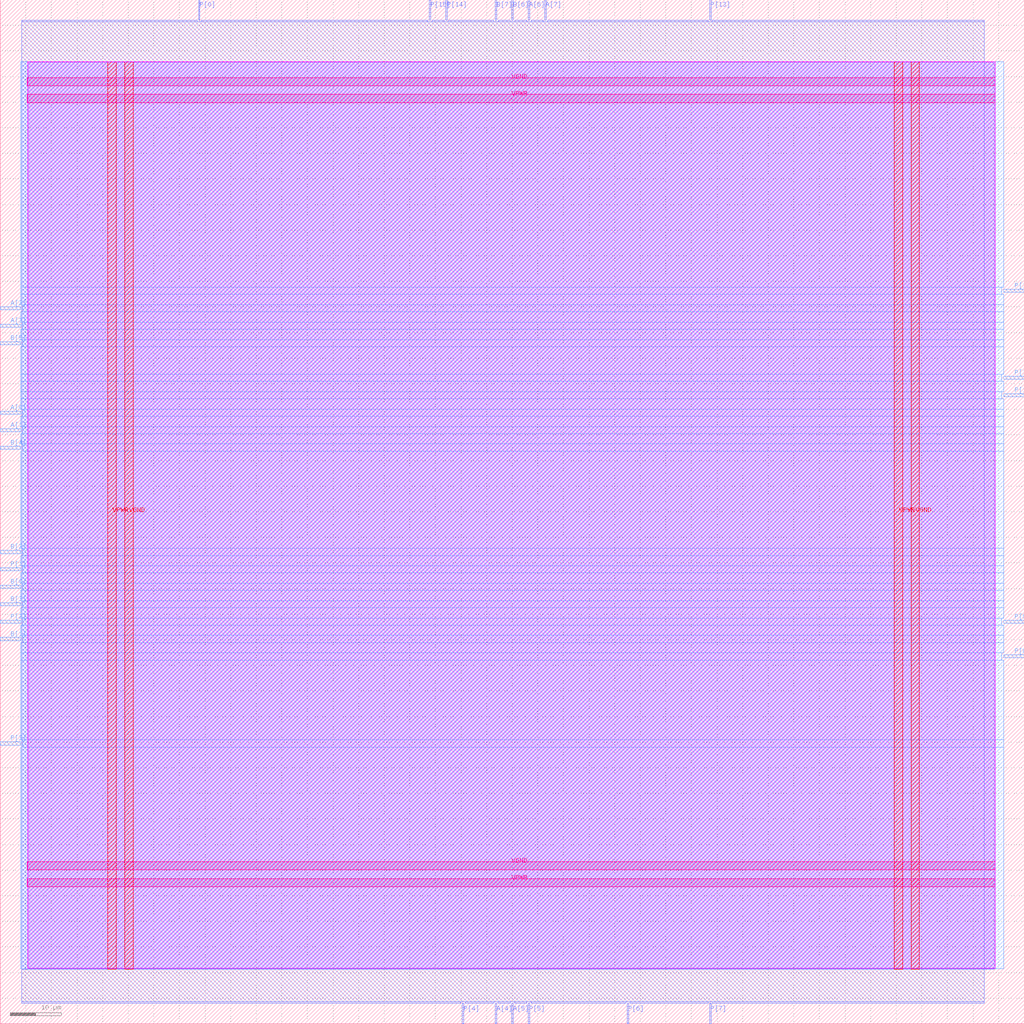
<source format=lef>
VERSION 5.7 ;
  NOWIREEXTENSIONATPIN ON ;
  DIVIDERCHAR "/" ;
  BUSBITCHARS "[]" ;
MACRO mult8_2bits_2op_e2493
  CLASS BLOCK ;
  FOREIGN mult8_2bits_2op_e2493 ;
  ORIGIN 0.000 0.000 ;
  SIZE 200.000 BY 200.000 ;
  PIN A[0]
    DIRECTION INPUT ;
    USE SIGNAL ;
    ANTENNAGATEAREA 0.742500 ;
    PORT
      LAYER met3 ;
        RECT 0.000 119.040 4.000 119.640 ;
    END
  END A[0]
  PIN A[1]
    DIRECTION INPUT ;
    USE SIGNAL ;
    ANTENNAGATEAREA 0.196500 ;
    PORT
      LAYER met3 ;
        RECT 0.000 115.640 4.000 116.240 ;
    END
  END A[1]
  PIN A[2]
    DIRECTION INPUT ;
    USE SIGNAL ;
    ANTENNAGATEAREA 0.213000 ;
    PORT
      LAYER met3 ;
        RECT 0.000 139.440 4.000 140.040 ;
    END
  END A[2]
  PIN A[3]
    DIRECTION INPUT ;
    USE SIGNAL ;
    ANTENNAGATEAREA 0.213000 ;
    PORT
      LAYER met3 ;
        RECT 0.000 136.040 4.000 136.640 ;
    END
  END A[3]
  PIN A[4]
    DIRECTION INPUT ;
    USE SIGNAL ;
    ANTENNAGATEAREA 0.126000 ;
    PORT
      LAYER met2 ;
        RECT 96.690 0.000 96.970 4.000 ;
    END
  END A[4]
  PIN A[5]
    DIRECTION INPUT ;
    USE SIGNAL ;
    ANTENNAGATEAREA 0.213000 ;
    PORT
      LAYER met2 ;
        RECT 99.910 0.000 100.190 4.000 ;
    END
  END A[5]
  PIN A[6]
    DIRECTION INPUT ;
    USE SIGNAL ;
    ANTENNAGATEAREA 0.196500 ;
    PORT
      LAYER met2 ;
        RECT 103.130 196.000 103.410 200.000 ;
    END
  END A[6]
  PIN A[7]
    DIRECTION INPUT ;
    USE SIGNAL ;
    ANTENNAGATEAREA 0.196500 ;
    PORT
      LAYER met2 ;
        RECT 106.350 196.000 106.630 200.000 ;
    END
  END A[7]
  PIN B[0]
    DIRECTION INPUT ;
    USE SIGNAL ;
    ANTENNAGATEAREA 0.196500 ;
    PORT
      LAYER met3 ;
        RECT 0.000 85.040 4.000 85.640 ;
    END
  END B[0]
  PIN B[1]
    DIRECTION INPUT ;
    USE SIGNAL ;
    ANTENNAGATEAREA 0.196500 ;
    PORT
      LAYER met3 ;
        RECT 0.000 74.840 4.000 75.440 ;
    END
  END B[1]
  PIN B[2]
    DIRECTION INPUT ;
    USE SIGNAL ;
    ANTENNAGATEAREA 0.247500 ;
    PORT
      LAYER met3 ;
        RECT 0.000 91.840 4.000 92.440 ;
    END
  END B[2]
  PIN B[3]
    DIRECTION INPUT ;
    USE SIGNAL ;
    ANTENNAGATEAREA 0.495000 ;
    PORT
      LAYER met3 ;
        RECT 0.000 81.640 4.000 82.240 ;
    END
  END B[3]
  PIN B[4]
    DIRECTION INPUT ;
    USE SIGNAL ;
    ANTENNAGATEAREA 0.159000 ;
    PORT
      LAYER met3 ;
        RECT 0.000 112.240 4.000 112.840 ;
    END
  END B[4]
  PIN B[5]
    DIRECTION INPUT ;
    USE SIGNAL ;
    ANTENNAGATEAREA 0.213000 ;
    PORT
      LAYER met3 ;
        RECT 0.000 132.640 4.000 133.240 ;
    END
  END B[5]
  PIN B[6]
    DIRECTION INPUT ;
    USE SIGNAL ;
    ANTENNAGATEAREA 0.196500 ;
    PORT
      LAYER met2 ;
        RECT 99.910 196.000 100.190 200.000 ;
    END
  END B[6]
  PIN B[7]
    DIRECTION INPUT ;
    USE SIGNAL ;
    ANTENNAGATEAREA 0.126000 ;
    PORT
      LAYER met2 ;
        RECT 96.690 196.000 96.970 200.000 ;
    END
  END B[7]
  PIN P[0]
    DIRECTION OUTPUT ;
    USE SIGNAL ;
    PORT
      LAYER met2 ;
        RECT 38.730 196.000 39.010 200.000 ;
    END
  END P[0]
  PIN P[10]
    DIRECTION OUTPUT ;
    USE SIGNAL ;
    ANTENNADIFFAREA 0.891000 ;
    PORT
      LAYER met3 ;
        RECT 196.000 122.440 200.000 123.040 ;
    END
  END P[10]
  PIN P[11]
    DIRECTION OUTPUT ;
    USE SIGNAL ;
    ANTENNADIFFAREA 1.336500 ;
    PORT
      LAYER met3 ;
        RECT 196.000 125.840 200.000 126.440 ;
    END
  END P[11]
  PIN P[12]
    DIRECTION OUTPUT ;
    USE SIGNAL ;
    ANTENNADIFFAREA 1.336500 ;
    PORT
      LAYER met3 ;
        RECT 196.000 142.840 200.000 143.440 ;
    END
  END P[12]
  PIN P[13]
    DIRECTION OUTPUT ;
    USE SIGNAL ;
    ANTENNADIFFAREA 1.336500 ;
    PORT
      LAYER met2 ;
        RECT 138.550 196.000 138.830 200.000 ;
    END
  END P[13]
  PIN P[14]
    DIRECTION OUTPUT ;
    USE SIGNAL ;
    ANTENNADIFFAREA 1.336500 ;
    PORT
      LAYER met2 ;
        RECT 87.030 196.000 87.310 200.000 ;
    END
  END P[14]
  PIN P[15]
    DIRECTION OUTPUT ;
    USE SIGNAL ;
    ANTENNADIFFAREA 1.336500 ;
    PORT
      LAYER met2 ;
        RECT 83.810 196.000 84.090 200.000 ;
    END
  END P[15]
  PIN P[1]
    DIRECTION OUTPUT ;
    USE SIGNAL ;
    ANTENNADIFFAREA 0.445500 ;
    PORT
      LAYER met3 ;
        RECT 0.000 88.440 4.000 89.040 ;
    END
  END P[1]
  PIN P[2]
    DIRECTION OUTPUT ;
    USE SIGNAL ;
    ANTENNADIFFAREA 0.445500 ;
    PORT
      LAYER met3 ;
        RECT 0.000 78.240 4.000 78.840 ;
    END
  END P[2]
  PIN P[3]
    DIRECTION OUTPUT ;
    USE SIGNAL ;
    ANTENNADIFFAREA 0.445500 ;
    PORT
      LAYER met3 ;
        RECT 0.000 54.440 4.000 55.040 ;
    END
  END P[3]
  PIN P[4]
    DIRECTION OUTPUT ;
    USE SIGNAL ;
    ANTENNADIFFAREA 0.445500 ;
    PORT
      LAYER met2 ;
        RECT 90.250 0.000 90.530 4.000 ;
    END
  END P[4]
  PIN P[5]
    DIRECTION OUTPUT ;
    USE SIGNAL ;
    ANTENNADIFFAREA 0.445500 ;
    PORT
      LAYER met2 ;
        RECT 103.130 0.000 103.410 4.000 ;
    END
  END P[5]
  PIN P[6]
    DIRECTION OUTPUT ;
    USE SIGNAL ;
    ANTENNADIFFAREA 0.445500 ;
    PORT
      LAYER met2 ;
        RECT 122.450 0.000 122.730 4.000 ;
    END
  END P[6]
  PIN P[7]
    DIRECTION OUTPUT ;
    USE SIGNAL ;
    ANTENNADIFFAREA 0.891000 ;
    PORT
      LAYER met2 ;
        RECT 138.550 0.000 138.830 4.000 ;
    END
  END P[7]
  PIN P[8]
    DIRECTION OUTPUT ;
    USE SIGNAL ;
    ANTENNADIFFAREA 0.891000 ;
    PORT
      LAYER met3 ;
        RECT 196.000 71.440 200.000 72.040 ;
    END
  END P[8]
  PIN P[9]
    DIRECTION OUTPUT ;
    USE SIGNAL ;
    ANTENNADIFFAREA 1.336500 ;
    PORT
      LAYER met3 ;
        RECT 196.000 78.240 200.000 78.840 ;
    END
  END P[9]
  PIN VGND
    DIRECTION INOUT ;
    USE GROUND ;
    PORT
      LAYER met4 ;
        RECT 24.340 10.640 25.940 187.920 ;
    END
    PORT
      LAYER met4 ;
        RECT 177.940 10.640 179.540 187.920 ;
    END
    PORT
      LAYER met5 ;
        RECT 5.280 30.030 194.360 31.630 ;
    END
    PORT
      LAYER met5 ;
        RECT 5.280 183.210 194.360 184.810 ;
    END
  END VGND
  PIN VPWR
    DIRECTION INOUT ;
    USE POWER ;
    PORT
      LAYER met4 ;
        RECT 21.040 10.640 22.640 187.920 ;
    END
    PORT
      LAYER met4 ;
        RECT 174.640 10.640 176.240 187.920 ;
    END
    PORT
      LAYER met5 ;
        RECT 5.280 26.730 194.360 28.330 ;
    END
    PORT
      LAYER met5 ;
        RECT 5.280 179.910 194.360 181.510 ;
    END
  END VPWR
  OBS
      LAYER nwell ;
        RECT 5.330 10.795 194.310 187.870 ;
      LAYER li1 ;
        RECT 5.520 10.795 194.120 187.765 ;
      LAYER met1 ;
        RECT 4.210 10.640 194.120 187.920 ;
      LAYER met2 ;
        RECT 4.230 195.720 38.450 196.000 ;
        RECT 39.290 195.720 83.530 196.000 ;
        RECT 84.370 195.720 86.750 196.000 ;
        RECT 87.590 195.720 96.410 196.000 ;
        RECT 97.250 195.720 99.630 196.000 ;
        RECT 100.470 195.720 102.850 196.000 ;
        RECT 103.690 195.720 106.070 196.000 ;
        RECT 106.910 195.720 138.270 196.000 ;
        RECT 139.110 195.720 192.190 196.000 ;
        RECT 4.230 4.280 192.190 195.720 ;
        RECT 4.230 4.000 89.970 4.280 ;
        RECT 90.810 4.000 96.410 4.280 ;
        RECT 97.250 4.000 99.630 4.280 ;
        RECT 100.470 4.000 102.850 4.280 ;
        RECT 103.690 4.000 122.170 4.280 ;
        RECT 123.010 4.000 138.270 4.280 ;
        RECT 139.110 4.000 192.190 4.280 ;
      LAYER met3 ;
        RECT 3.990 143.840 196.000 187.845 ;
        RECT 3.990 142.440 195.600 143.840 ;
        RECT 3.990 140.440 196.000 142.440 ;
        RECT 4.400 139.040 196.000 140.440 ;
        RECT 3.990 137.040 196.000 139.040 ;
        RECT 4.400 135.640 196.000 137.040 ;
        RECT 3.990 133.640 196.000 135.640 ;
        RECT 4.400 132.240 196.000 133.640 ;
        RECT 3.990 126.840 196.000 132.240 ;
        RECT 3.990 125.440 195.600 126.840 ;
        RECT 3.990 123.440 196.000 125.440 ;
        RECT 3.990 122.040 195.600 123.440 ;
        RECT 3.990 120.040 196.000 122.040 ;
        RECT 4.400 118.640 196.000 120.040 ;
        RECT 3.990 116.640 196.000 118.640 ;
        RECT 4.400 115.240 196.000 116.640 ;
        RECT 3.990 113.240 196.000 115.240 ;
        RECT 4.400 111.840 196.000 113.240 ;
        RECT 3.990 92.840 196.000 111.840 ;
        RECT 4.400 91.440 196.000 92.840 ;
        RECT 3.990 89.440 196.000 91.440 ;
        RECT 4.400 88.040 196.000 89.440 ;
        RECT 3.990 86.040 196.000 88.040 ;
        RECT 4.400 84.640 196.000 86.040 ;
        RECT 3.990 82.640 196.000 84.640 ;
        RECT 4.400 81.240 196.000 82.640 ;
        RECT 3.990 79.240 196.000 81.240 ;
        RECT 4.400 77.840 195.600 79.240 ;
        RECT 3.990 75.840 196.000 77.840 ;
        RECT 4.400 74.440 196.000 75.840 ;
        RECT 3.990 72.440 196.000 74.440 ;
        RECT 3.990 71.040 195.600 72.440 ;
        RECT 3.990 55.440 196.000 71.040 ;
        RECT 4.400 54.040 196.000 55.440 ;
        RECT 3.990 10.715 196.000 54.040 ;
  END
END mult8_2bits_2op_e2493
END LIBRARY


</source>
